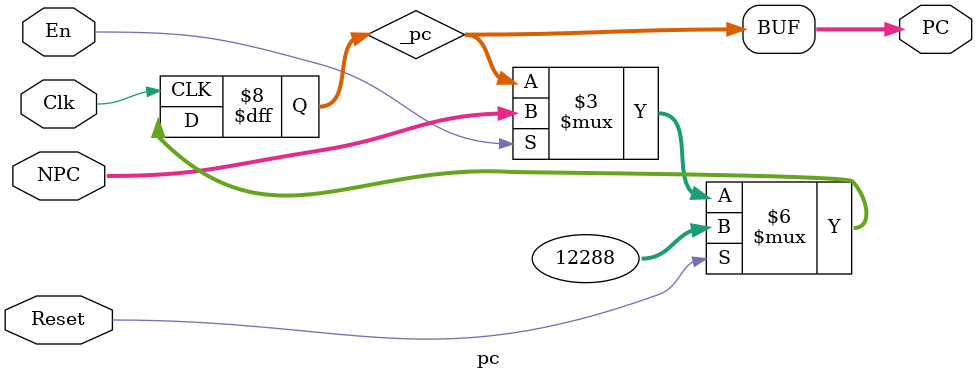
<source format=v>
`ifndef PC
`define PC

module pc(
	input Clk,
	input Reset,
	input En,
	input [31:0] NPC,
	output [31:0] PC
	);
	
	reg [31:0] _pc;
	assign PC = _pc;
	
	always @ (posedge Clk) begin
		if (Reset)
			_pc <= 32'h00003000;
		else if (En)
			_pc <= NPC;
	end
	
	initial begin
		_pc <= 32'h00003000;
	end

endmodule
	

`endif

</source>
